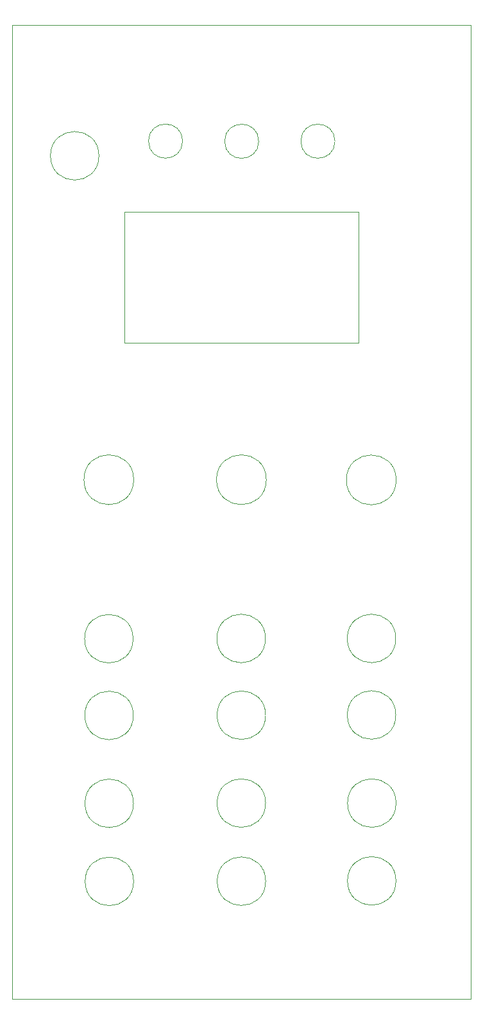
<source format=gm1>
G04 #@! TF.GenerationSoftware,KiCad,Pcbnew,(6.0.0-0)*
G04 #@! TF.CreationDate,2022-05-01T23:03:34-03:00*
G04 #@! TF.ProjectId,3lw_frontpanel_circuit,336c775f-6672-46f6-9e74-70616e656c5f,rev?*
G04 #@! TF.SameCoordinates,Original*
G04 #@! TF.FileFunction,Profile,NP*
%FSLAX46Y46*%
G04 Gerber Fmt 4.6, Leading zero omitted, Abs format (unit mm)*
G04 Created by KiCad (PCBNEW (6.0.0-0)) date 2022-05-01 23:03:34*
%MOMM*%
%LPD*%
G01*
G04 APERTURE LIST*
G04 #@! TA.AperFunction,Profile*
%ADD10C,0.100000*%
G04 #@! TD*
G04 APERTURE END LIST*
D10*
X35988156Y-100932000D02*
G75*
G03*
X35988156Y-100932000I-3200000J0D01*
G01*
X70698156Y-122612000D02*
G75*
G03*
X70698156Y-122612000I-3200000J0D01*
G01*
X34815356Y-44626400D02*
X65771356Y-44626400D01*
X65771356Y-44626400D02*
X65771356Y-61917200D01*
X65771356Y-61917200D02*
X34815356Y-61917200D01*
X34815356Y-61917200D02*
X34815356Y-44626400D01*
X70668156Y-110992000D02*
G75*
G03*
X70668156Y-110992000I-3200000J0D01*
G01*
X19990000Y-19980000D02*
X80590000Y-19980000D01*
X80590000Y-19980000D02*
X80590000Y-148480000D01*
X80590000Y-148480000D02*
X19990000Y-148480000D01*
X19990000Y-148480000D02*
X19990000Y-19980000D01*
X53569956Y-79967200D02*
G75*
G03*
X53569956Y-79967200I-3284761J0D01*
G01*
X31480000Y-37244294D02*
G75*
G03*
X31480000Y-37244294I-3200000J0D01*
G01*
X52568156Y-35332000D02*
G75*
G03*
X52568156Y-35332000I-2250000J0D01*
G01*
X36069356Y-79967200D02*
G75*
G03*
X36069356Y-79967200I-3284761J0D01*
G01*
X70714956Y-79992600D02*
G75*
G03*
X70714956Y-79992600I-3284761J0D01*
G01*
X53478156Y-122612000D02*
G75*
G03*
X53478156Y-122612000I-3200000J0D01*
G01*
X42523108Y-35314000D02*
G75*
G03*
X42523108Y-35314000I-2250000J0D01*
G01*
X36018156Y-111052000D02*
G75*
G03*
X36018156Y-111052000I-3200000J0D01*
G01*
X62628156Y-35322000D02*
G75*
G03*
X62628156Y-35322000I-2250000J0D01*
G01*
X70658156Y-100902000D02*
G75*
G03*
X70658156Y-100902000I-3200000J0D01*
G01*
X53458156Y-100902000D02*
G75*
G03*
X53458156Y-100902000I-3200000J0D01*
G01*
X70688156Y-132872000D02*
G75*
G03*
X70688156Y-132872000I-3200000J0D01*
G01*
X53478156Y-111022000D02*
G75*
G03*
X53478156Y-111022000I-3200000J0D01*
G01*
X36038156Y-122642000D02*
G75*
G03*
X36038156Y-122642000I-3200000J0D01*
G01*
X36058156Y-132932000D02*
G75*
G03*
X36058156Y-132932000I-3200000J0D01*
G01*
X53488156Y-132912000D02*
G75*
G03*
X53488156Y-132912000I-3200000J0D01*
G01*
M02*

</source>
